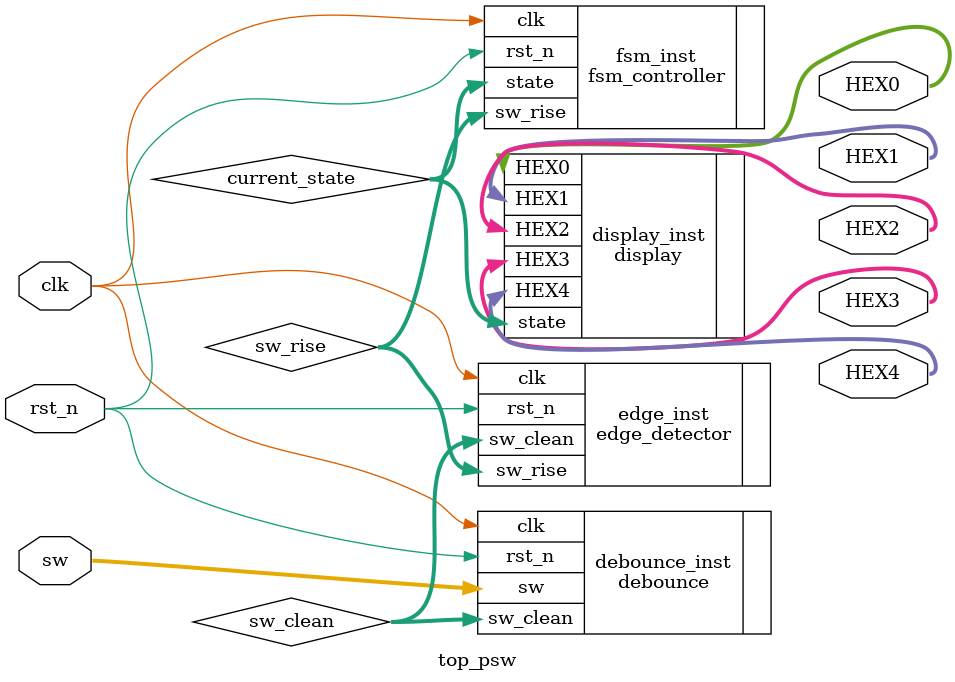
<source format=v>
module top_psw (
    input [9:0] sw,
    input clk,
    input rst_n,
    output [6:0] HEX4, HEX3, HEX2, HEX1, HEX0
);
    
    wire [9:0] sw_clean;
    wire [9:0] sw_rise;
    wire [2:0] current_state;

   
    debounce debounce_inst(
        .clk(clk),
        .rst_n(rst_n),
        .sw(sw),
        .sw_clean(sw_clean)
    );

    edge_detector edge_inst(
        .clk(clk),
        .rst_n(rst_n),
        .sw_clean(sw_clean),
        .sw_rise(sw_rise)
    );

    fsm_controller fsm_inst(
        .clk(clk),
        .rst_n(rst_n),
        .sw_rise(sw_rise),
        .state(current_state)
    );

    display display_inst(
        .state(current_state),
        .HEX4(HEX4),
        .HEX3(HEX3),
        .HEX2(HEX2),
        .HEX1(HEX1),
        .HEX0(HEX0)
    );
endmodule



</source>
